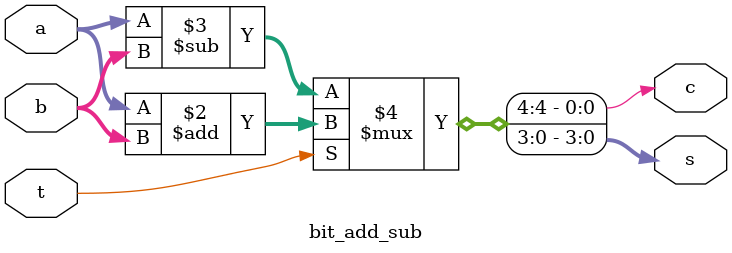
<source format=v>
`timescale 1ns / 1ps


module bit_add_sub(a,b,t,c,s);

input [3:0]a;
input [3:0]b;
input t;
output [3:0]s;
output c;

assign {c,s}=(t==1)?a+b:a-b;
endmodule

</source>
